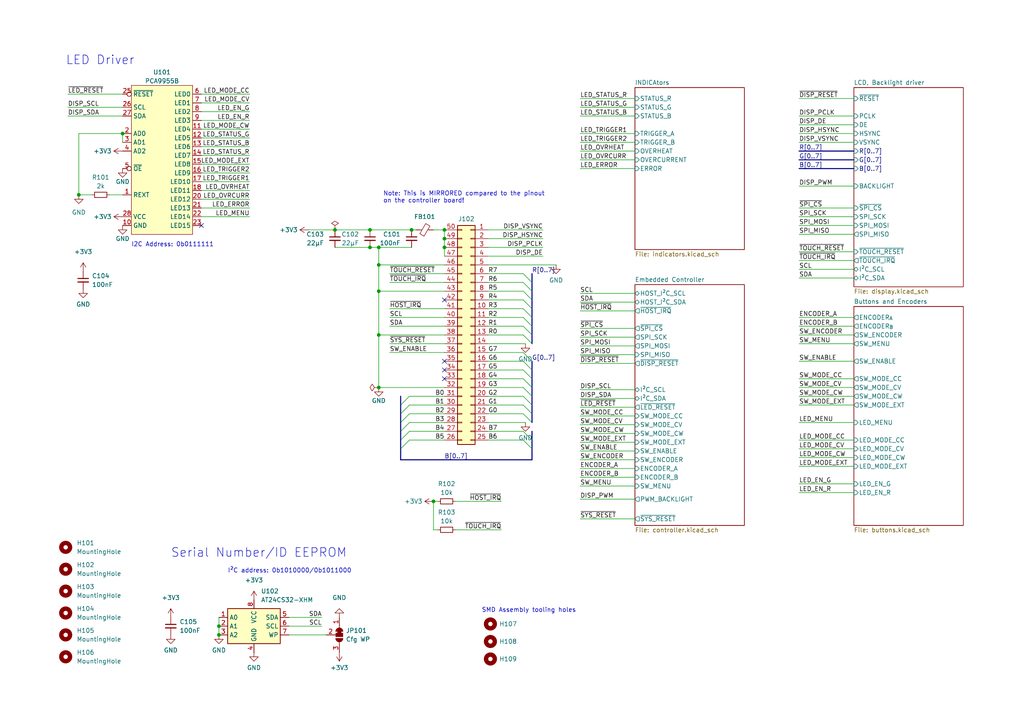
<source format=kicad_sch>
(kicad_sch (version 20220404) (generator eeschema)
  (paper "A4")
  (title_block (title "Front Panel") (date "2022-06-27") (rev "4"))
  (lib_symbols
    (symbol "Connector_Generic:Conn_02x25_Counter_Clockwise" (pin_names (offset 1.016) hide)
      (property "Reference" "J" (at 1.27 33.02 0))
      (property "Value" "Conn_02x25_Counter_Clockwise" (at 1.27 -33.02 0))
      (symbol "Conn_02x25_Counter_Clockwise_1_1"
        (rectangle (start -1.27 -30.353) (end 0 -30.607) (stroke (width 0.1524)))
        (rectangle (start -1.27 -27.813) (end 0 -28.067) (stroke (width 0.1524)))
        (rectangle (start -1.27 -25.273) (end 0 -25.527) (stroke (width 0.1524)))
        (rectangle (start -1.27 -22.733) (end 0 -22.987) (stroke (width 0.1524)))
        (rectangle (start -1.27 -20.193) (end 0 -20.447) (stroke (width 0.1524)))
        (rectangle (start -1.27 -17.653) (end 0 -17.907) (stroke (width 0.1524)))
        (rectangle (start -1.27 -15.113) (end 0 -15.367) (stroke (width 0.1524)))
        (rectangle (start -1.27 -12.573) (end 0 -12.827) (stroke (width 0.1524)))
        (rectangle (start -1.27 -10.033) (end 0 -10.287) (stroke (width 0.1524)))
        (rectangle (start -1.27 -7.493) (end 0 -7.747) (stroke (width 0.1524)))
        (rectangle (start -1.27 -4.953) (end 0 -5.207) (stroke (width 0.1524)))
        (rectangle (start -1.27 -2.413) (end 0 -2.667) (stroke (width 0.1524)))
        (rectangle (start -1.27 0.127) (end 0 -0.127) (stroke (width 0.1524)))
        (rectangle (start -1.27 2.667) (end 0 2.413) (stroke (width 0.1524)))
        (rectangle (start -1.27 5.207) (end 0 4.953) (stroke (width 0.1524)))
        (rectangle (start -1.27 7.747) (end 0 7.493) (stroke (width 0.1524)))
        (rectangle (start -1.27 10.287) (end 0 10.033) (stroke (width 0.1524)))
        (rectangle (start -1.27 12.827) (end 0 12.573) (stroke (width 0.1524)))
        (rectangle (start -1.27 15.367) (end 0 15.113) (stroke (width 0.1524)))
        (rectangle (start -1.27 17.907) (end 0 17.653) (stroke (width 0.1524)))
        (rectangle (start -1.27 20.447) (end 0 20.193) (stroke (width 0.1524)))
        (rectangle (start -1.27 22.987) (end 0 22.733) (stroke (width 0.1524)))
        (rectangle (start -1.27 25.527) (end 0 25.273) (stroke (width 0.1524)))
        (rectangle (start -1.27 28.067) (end 0 27.813) (stroke (width 0.1524)))
        (rectangle (start -1.27 30.607) (end 0 30.353) (stroke (width 0.1524)))
        (rectangle (start -1.27 31.75) (end 3.81 -31.75) (stroke (width 0.254)) (fill (type background)))
        (rectangle (start 3.81 -30.353) (end 2.54 -30.607) (stroke (width 0.1524)))
        (rectangle (start 3.81 -27.813) (end 2.54 -28.067) (stroke (width 0.1524)))
        (rectangle (start 3.81 -25.273) (end 2.54 -25.527) (stroke (width 0.1524)))
        (rectangle (start 3.81 -22.733) (end 2.54 -22.987) (stroke (width 0.1524)))
        (rectangle (start 3.81 -20.193) (end 2.54 -20.447) (stroke (width 0.1524)))
        (rectangle (start 3.81 -17.653) (end 2.54 -17.907) (stroke (width 0.1524)))
        (rectangle (start 3.81 -15.113) (end 2.54 -15.367) (stroke (width 0.1524)))
        (rectangle (start 3.81 -12.573) (end 2.54 -12.827) (stroke (width 0.1524)))
        (rectangle (start 3.81 -10.033) (end 2.54 -10.287) (stroke (width 0.1524)))
        (rectangle (start 3.81 -7.493) (end 2.54 -7.747) (stroke (width 0.1524)))
        (rectangle (start 3.81 -4.953) (end 2.54 -5.207) (stroke (width 0.1524)))
        (rectangle (start 3.81 -2.413) (end 2.54 -2.667) (stroke (width 0.1524)))
        (rectangle (start 3.81 0.127) (end 2.54 -0.127) (stroke (width 0.1524)))
        (rectangle (start 3.81 2.667) (end 2.54 2.413) (stroke (width 0.1524)))
        (rectangle (start 3.81 5.207) (end 2.54 4.953) (stroke (width 0.1524)))
        (rectangle (start 3.81 7.747) (end 2.54 7.493) (stroke (width 0.1524)))
        (rectangle (start 3.81 10.287) (end 2.54 10.033) (stroke (width 0.1524)))
        (rectangle (start 3.81 12.827) (end 2.54 12.573) (stroke (width 0.1524)))
        (rectangle (start 3.81 15.367) (end 2.54 15.113) (stroke (width 0.1524)))
        (rectangle (start 3.81 17.907) (end 2.54 17.653) (stroke (width 0.1524)))
        (rectangle (start 3.81 20.447) (end 2.54 20.193) (stroke (width 0.1524)))
        (rectangle (start 3.81 22.987) (end 2.54 22.733) (stroke (width 0.1524)))
        (rectangle (start 3.81 25.527) (end 2.54 25.273) (stroke (width 0.1524)))
        (rectangle (start 3.81 28.067) (end 2.54 27.813) (stroke (width 0.1524)))
        (rectangle (start 3.81 30.607) (end 2.54 30.353) (stroke (width 0.1524)))
        (pin passive line (at -5.08 30.48 0) (length 3.81) (name "Pin_1") (number "1"))
        (pin passive line (at -5.08 7.62 0) (length 3.81) (name "Pin_10") (number "10"))
        (pin passive line (at -5.08 5.08 0) (length 3.81) (name "Pin_11") (number "11"))
        (pin passive line (at -5.08 2.54 0) (length 3.81) (name "Pin_12") (number "12"))
        (pin passive line (at -5.08 0 0) (length 3.81) (name "Pin_13") (number "13"))
        (pin passive line (at -5.08 -2.54 0) (length 3.81) (name "Pin_14") (number "14"))
        (pin passive line (at -5.08 -5.08 0) (length 3.81) (name "Pin_15") (number "15"))
        (pin passive line (at -5.08 -7.62 0) (length 3.81) (name "Pin_16") (number "16"))
        (pin passive line (at -5.08 -10.16 0) (length 3.81) (name "Pin_17") (number "17"))
        (pin passive line (at -5.08 -12.7 0) (length 3.81) (name "Pin_18") (number "18"))
        (pin passive line (at -5.08 -15.24 0) (length 3.81) (name "Pin_19") (number "19"))
        (pin passive line (at -5.08 27.94 0) (length 3.81) (name "Pin_2") (number "2"))
        (pin passive line (at -5.08 -17.78 0) (length 3.81) (name "Pin_20") (number "20"))
        (pin passive line (at -5.08 -20.32 0) (length 3.81) (name "Pin_21") (number "21"))
        (pin passive line (at -5.08 -22.86 0) (length 3.81) (name "Pin_22") (number "22"))
        (pin passive line (at -5.08 -25.4 0) (length 3.81) (name "Pin_23") (number "23"))
        (pin passive line (at -5.08 -27.94 0) (length 3.81) (name "Pin_24") (number "24"))
        (pin passive line (at -5.08 -30.48 0) (length 3.81) (name "Pin_25") (number "25"))
        (pin passive line (at 7.62 -30.48 180) (length 3.81) (name "Pin_26") (number "26"))
        (pin passive line (at 7.62 -27.94 180) (length 3.81) (name "Pin_27") (number "27"))
        (pin passive line (at 7.62 -25.4 180) (length 3.81) (name "Pin_28") (number "28"))
        (pin passive line (at 7.62 -22.86 180) (length 3.81) (name "Pin_29") (number "29"))
        (pin passive line (at -5.08 25.4 0) (length 3.81) (name "Pin_3") (number "3"))
        (pin passive line (at 7.62 -20.32 180) (length 3.81) (name "Pin_30") (number "30"))
        (pin passive line (at 7.62 -17.78 180) (length 3.81) (name "Pin_31") (number "31"))
        (pin passive line (at 7.62 -15.24 180) (length 3.81) (name "Pin_32") (number "32"))
        (pin passive line (at 7.62 -12.7 180) (length 3.81) (name "Pin_33") (number "33"))
        (pin passive line (at 7.62 -10.16 180) (length 3.81) (name "Pin_34") (number "34"))
        (pin passive line (at 7.62 -7.62 180) (length 3.81) (name "Pin_35") (number "35"))
        (pin passive line (at 7.62 -5.08 180) (length 3.81) (name "Pin_36") (number "36"))
        (pin passive line (at 7.62 -2.54 180) (length 3.81) (name "Pin_37") (number "37"))
        (pin passive line (at 7.62 0 180) (length 3.81) (name "Pin_38") (number "38"))
        (pin passive line (at 7.62 2.54 180) (length 3.81) (name "Pin_39") (number "39"))
        (pin passive line (at -5.08 22.86 0) (length 3.81) (name "Pin_4") (number "4"))
        (pin passive line (at 7.62 5.08 180) (length 3.81) (name "Pin_40") (number "40"))
        (pin passive line (at 7.62 7.62 180) (length 3.81) (name "Pin_41") (number "41"))
        (pin passive line (at 7.62 10.16 180) (length 3.81) (name "Pin_42") (number "42"))
        (pin passive line (at 7.62 12.7 180) (length 3.81) (name "Pin_43") (number "43"))
        (pin passive line (at 7.62 15.24 180) (length 3.81) (name "Pin_44") (number "44"))
        (pin passive line (at 7.62 17.78 180) (length 3.81) (name "Pin_45") (number "45"))
        (pin passive line (at 7.62 20.32 180) (length 3.81) (name "Pin_46") (number "46"))
        (pin passive line (at 7.62 22.86 180) (length 3.81) (name "Pin_47") (number "47"))
        (pin passive line (at 7.62 25.4 180) (length 3.81) (name "Pin_48") (number "48"))
        (pin passive line (at 7.62 27.94 180) (length 3.81) (name "Pin_49") (number "49"))
        (pin passive line (at -5.08 20.32 0) (length 3.81) (name "Pin_5") (number "5"))
        (pin passive line (at 7.62 30.48 180) (length 3.81) (name "Pin_50") (number "50"))
        (pin passive line (at -5.08 17.78 0) (length 3.81) (name "Pin_6") (number "6"))
        (pin passive line (at -5.08 15.24 0) (length 3.81) (name "Pin_7") (number "7"))
        (pin passive line (at -5.08 12.7 0) (length 3.81) (name "Pin_8") (number "8"))
        (pin passive line (at -5.08 10.16 0) (length 3.81) (name "Pin_9") (number "9"))
      )
    )
    (symbol "Device:C_Small" (pin_numbers hide) (pin_names (offset 0.254) hide)
      (property "Reference" "C" (at 0.254 1.778 0))
      (property "Value" "C_Small" (at 0.254 -2.032 0))
      (symbol "C_Small_0_1"
        (polyline (pts (xy -1.524 -0.508) (xy 1.524 -0.508)) (stroke (width 0.3302)))
        (polyline (pts (xy -1.524 0.508) (xy 1.524 0.508)) (stroke (width 0.3048)))
      )
      (symbol "C_Small_1_1"
        (pin passive line (at 0 2.54 270) (length 2.032) (name "~") (number "1"))
        (pin passive line (at 0 -2.54 90) (length 2.032) (name "~") (number "2"))
      )
    )
    (symbol "Device:FerriteBead_Small" (pin_numbers hide) (pin_names (offset 0))
      (property "Reference" "FB" (at 1.905 1.27 0))
      (property "Value" "FerriteBead_Small" (at 1.905 -1.27 0))
      (symbol "FerriteBead_Small_0_1"
        (polyline (pts (xy 0 -1.27) (xy 0 -0.7874)))
        (polyline (pts (xy 0 0.889) (xy 0 1.2954)))
        (polyline (pts (xy -1.8288 0.2794) (xy -1.1176 1.4986) (xy 1.8288 -0.2032) (xy 1.1176 -1.4224) (xy -1.8288 0.2794)))
      )
      (symbol "FerriteBead_Small_1_1"
        (pin passive line (at 0 2.54 270) (length 1.27) (name "~") (number "1"))
        (pin passive line (at 0 -2.54 90) (length 1.27) (name "~") (number "2"))
      )
    )
    (symbol "Device:R_Small" (pin_numbers hide) (pin_names (offset 0.254) hide)
      (property "Reference" "R" (at 0.762 0.508 0))
      (property "Value" "R_Small" (at 0.762 -1.016 0))
      (symbol "R_Small_0_1"
        (rectangle (start -0.762 1.778) (end 0.762 -1.778) (stroke (width 0.2032)))
      )
      (symbol "R_Small_1_1"
        (pin passive line (at 0 2.54 270) (length 0.762) (name "~") (number "1"))
        (pin passive line (at 0 -2.54 90) (length 0.762) (name "~") (number "2"))
      )
    )
    (symbol "Jumper:SolderJumper_3_Bridged12" (pin_names (offset 0) hide)
      (property "Reference" "JP" (at -2.54 -2.54 0))
      (property "Value" "SolderJumper_3_Bridged12" (at 0 2.794 0))
      (symbol "SolderJumper_3_Bridged12_0_1"
        (rectangle (start -1.016 0.508) (end -0.508 -0.508) (fill (type outline)))
        (arc (start -1.016 1.016) (mid -2.032 0) (end -1.016 -1.016))
        (arc (start -1.016 1.016) (mid -2.032 0) (end -1.016 -1.016) (fill (type outline)))
        (rectangle (start -0.508 1.016) (end 0.508 -1.016) (fill (type outline)))
        (polyline (pts (xy -2.54 0) (xy -2.032 0)))
        (polyline (pts (xy -1.016 1.016) (xy -1.016 -1.016)))
        (polyline (pts (xy 0 -1.27) (xy 0 -1.016)))
        (polyline (pts (xy 1.016 1.016) (xy 1.016 -1.016)))
        (polyline (pts (xy 2.54 0) (xy 2.032 0)))
        (arc (start 1.016 -1.016) (mid 2.032 0) (end 1.016 1.016))
        (arc (start 1.016 -1.016) (mid 2.032 0) (end 1.016 1.016) (fill (type outline)))
      )
      (symbol "SolderJumper_3_Bridged12_1_1"
        (pin passive line (at -5.08 0 0) (length 2.54) (name "A") (number "1"))
        (pin passive line (at 0 -3.81 90) (length 2.54) (name "C") (number "2"))
        (pin passive line (at 5.08 0 180) (length 2.54) (name "B") (number "3"))
      )
    )
    (symbol "Mechanical:MountingHole" (pin_names (offset 1.016))
      (property "Reference" "H" (at 0 5.08 0))
      (property "Value" "MountingHole" (at 0 3.175 0))
      (symbol "MountingHole_0_1"
        (circle (center 0 0) (radius 1.27) (stroke (width 1.27)))
      )
    )
    (symbol "Memory_EEPROM:AT24CS32-SSHM"
      (property "Reference" "U" (at -7.62 6.35 0))
      (property "Value" "AT24CS32-SSHM" (at 2.54 -6.35 0))
      (symbol "AT24CS32-SSHM_1_1"
        (rectangle (start -7.62 5.08) (end 7.62 -5.08) (stroke (width 0.254)) (fill (type background)))
        (pin input line (at -10.16 2.54 0) (length 2.54) (name "A0") (number "1"))
        (pin input line (at -10.16 0 0) (length 2.54) (name "A1") (number "2"))
        (pin input line (at -10.16 -2.54 0) (length 2.54) (name "A2") (number "3"))
        (pin power_in line (at 0 -7.62 90) (length 2.54) (name "GND") (number "4"))
        (pin bidirectional line (at 10.16 2.54 180) (length 2.54) (name "SDA") (number "5"))
        (pin input line (at 10.16 0 180) (length 2.54) (name "SCL") (number "6"))
        (pin input line (at 10.16 -2.54 180) (length 2.54) (name "WP") (number "7"))
        (pin power_in line (at 0 7.62 270) (length 2.54) (name "VCC") (number "8"))
      )
    )
    (symbol "power:+3V3" (power) (pin_names (offset 0))
      (property "Value" "+3V3" (at 0 3.556 0))
      (symbol "+3V3_0_1"
        (polyline (pts (xy -0.762 1.27) (xy 0 2.54)))
        (polyline (pts (xy 0 0) (xy 0 2.54)))
        (polyline (pts (xy 0 2.54) (xy 0.762 1.27)))
      )
      (symbol "+3V3_1_1"
        (pin power_in line (at 0 0 90) (length 0) hide (name "+3V3") (number "1"))
      )
    )
    (symbol "power:GND" (power) (pin_names (offset 0))
      (property "Value" "GND" (at 0 -3.81 0))
      (symbol "GND_0_1"
        (polyline (pts (xy 0 0) (xy 0 -1.27) (xy 1.27 -1.27) (xy 0 -2.54) (xy -1.27 -1.27) (xy 0 -1.27)))
      )
      (symbol "GND_1_1"
        (pin power_in line (at 0 0 270) (length 0) hide (name "GND") (number "1"))
      )
    )
    (symbol "power:PWR_FLAG" (power) (pin_numbers hide) (pin_names (offset 0) hide)
      (property "Value" "PWR_FLAG" (at 0 3.81 0))
      (symbol "PWR_FLAG_0_0"
        (pin power_out line (at 0 0 90) (length 0) (name "pwr") (number "1"))
      )
      (symbol "PWR_FLAG_0_1"
        (polyline (pts (xy 0 0) (xy 0 1.27) (xy -1.016 1.905) (xy 0 2.54) (xy 1.016 1.905) (xy 0 1.27)))
      )
    )
    (symbol "programmable-load:PCA9955B"
      (property "Reference" "U" (at 0 3.81 0))
      (property "Value" "PCA9955B" (at 0 1.27 0))
      (symbol "PCA9955B_0_1"
        (rectangle (start -8.89 0) (end 8.89 -43.18) (fill (type background)))
      )
      (symbol "PCA9955B_1_1"
        (pin passive line (at -11.43 -31.75 0) (length 2.54) (name "REXT") (number "1"))
        (pin power_in line (at -11.43 -40.64 0) (length 2.54) (name "GND") (number "10"))
        (pin output line (at 11.43 -12.7 180) (length 2.54) (name "LED4") (number "11"))
        (pin output line (at 11.43 -15.24 180) (length 2.54) (name "LED5") (number "12"))
        (pin output line (at 11.43 -17.78 180) (length 2.54) (name "LED6") (number "13"))
        (pin output line (at 11.43 -20.32 180) (length 2.54) (name "LED7") (number "14"))
        (pin output line (at 11.43 -22.86 180) (length 2.54) (name "LED8") (number "15"))
        (pin output line (at 11.43 -25.4 180) (length 2.54) (name "LED9") (number "16"))
        (pin output line (at 11.43 -27.94 180) (length 2.54) (name "LED10") (number "17"))
        (pin output line (at 11.43 -30.48 180) (length 2.54) (name "LED11") (number "18"))
        (pin power_in line (at -11.43 -40.64 0) (length 2.54) hide (name "GND") (number "19"))
        (pin input line (at -11.43 -13.97 0) (length 2.54) (name "AD0") (number "2"))
        (pin output line (at 11.43 -33.02 180) (length 2.54) (name "LED12") (number "20"))
        (pin output line (at 11.43 -35.56 180) (length 2.54) (name "LED13") (number "21"))
        (pin output line (at 11.43 -38.1 180) (length 2.54) (name "LED14") (number "22"))
        (pin output line (at 11.43 -40.64 180) (length 2.54) (name "LED15") (number "23"))
        (pin power_in line (at -11.43 -40.64 0) (length 2.54) hide (name "GND") (number "24"))
        (pin input inverted (at -11.43 -2.54 0) (length 2.54) (name "~{RESET}") (number "25"))
        (pin bidirectional line (at -11.43 -6.35 0) (length 2.54) (name "SCL") (number "26"))
        (pin bidirectional line (at -11.43 -8.89 0) (length 2.54) (name "SDA") (number "27"))
        (pin power_in line (at -11.43 -38.1 0) (length 2.54) (name "VCC") (number "28"))
        (pin power_in line (at -11.43 -40.64 0) (length 2.54) hide (name "GND") (number "29"))
        (pin input line (at -11.43 -16.51 0) (length 2.54) (name "AD1") (number "3"))
        (pin input line (at -11.43 -19.05 0) (length 2.54) (name "AD2") (number "4"))
        (pin input inverted (at -11.43 -24.13 0) (length 2.54) (name "~{OE}") (number "5"))
        (pin output line (at 11.43 -2.54 180) (length 2.54) (name "LED0") (number "6"))
        (pin output line (at 11.43 -5.08 180) (length 2.54) (name "LED1") (number "7"))
        (pin output line (at 11.43 -7.62 180) (length 2.54) (name "LED2") (number "8"))
        (pin output line (at 11.43 -10.16 180) (length 2.54) (name "LED3") (number "9"))
      )
    )
  )
  (junction (at 35.56 38.735))
  (junction (at 97.155 66.675))
  (junction (at 63.5 181.61))
  (junction (at 63.5 184.15))
  (junction (at 109.855 97.155))
  (junction (at 128.905 71.755))
  (junction (at 109.855 71.755))
  (junction (at 107.315 66.675))
  (junction (at 128.905 66.675))
  (junction (at 22.86 56.515))
  (junction (at 109.855 76.835))
  (junction (at 107.315 71.755))
  (junction (at 128.905 69.215))
  (junction (at 109.855 112.395))
  (junction (at 109.855 84.455))
  (junction (at 119.38 66.675))
  (junction (at 125.73 145.415))
  (no_connect (at 128.905 86.995))
  (no_connect (at 128.905 107.315))
  (no_connect (at 58.42 65.405))
  (no_connect (at 128.905 109.855))
  (no_connect (at 128.905 104.775))
  (bus_entry (at 154.305 97.155) (size -2.54 -2.54))
  (bus_entry (at 154.305 86.995) (size -2.54 -2.54))
  (bus_entry (at 154.305 122.555) (size -2.54 -2.54))
  (bus_entry (at 154.305 114.935) (size -2.54 -2.54))
  (bus_entry (at 116.205 125.095) (size 2.54 -2.54))
  (bus_entry (at 154.305 104.775) (size -2.54 -2.54))
  (bus_entry (at 116.205 127.635) (size 2.54 -2.54))
  (bus_entry (at 116.205 120.015) (size 2.54 -2.54))
  (bus_entry (at 154.305 81.915) (size -2.54 -2.54))
  (bus_entry (at 154.305 89.535) (size -2.54 -2.54))
  (bus_entry (at 154.305 99.695) (size -2.54 -2.54))
  (bus_entry (at 116.205 130.175) (size 2.54 -2.54))
  (bus_entry (at 154.305 107.315) (size -2.54 -2.54))
  (bus_entry (at 154.305 84.455) (size -2.54 -2.54))
  (bus_entry (at 116.205 122.555) (size 2.54 -2.54))
  (bus_entry (at 154.305 127.635) (size -2.54 -2.54))
  (bus_entry (at 154.305 94.615) (size -2.54 -2.54))
  (bus_entry (at 154.305 120.015) (size -2.54 -2.54))
  (bus_entry (at 116.205 117.475) (size 2.54 -2.54))
  (bus_entry (at 154.305 117.475) (size -2.54 -2.54))
  (bus_entry (at 154.305 92.075) (size -2.54 -2.54))
  (bus_entry (at 154.305 109.855) (size -2.54 -2.54))
  (bus_entry (at 154.305 130.175) (size -2.54 -2.54))
  (bus_entry (at 154.305 112.395) (size -2.54 -2.54))
  (wire (pts (xy 231.775 114.935) (xy 247.65 114.935)))
  (wire (pts (xy 109.855 84.455) (xy 109.855 97.155)))
  (wire (pts (xy 118.745 122.555) (xy 128.905 122.555)))
  (wire (pts (xy 151.765 104.775) (xy 141.605 104.775)))
  (wire (pts (xy 141.605 122.555) (xy 152.4 122.555)))
  (wire (pts (xy 151.765 120.015) (xy 141.605 120.015)))
  (bus (pts (xy 116.205 114.935) (xy 116.205 117.475)))
  (wire (pts (xy 168.275 46.355) (xy 184.15 46.355)))
  (bus (pts (xy 154.305 86.995) (xy 154.305 89.535)))
  (wire (pts (xy 72.39 29.845) (xy 58.42 29.845)))
  (wire (pts (xy 168.275 125.73) (xy 184.15 125.73)))
  (bus (pts (xy 154.305 117.475) (xy 154.305 120.015)))
  (bus (pts (xy 116.205 122.555) (xy 116.205 125.095)))
  (wire (pts (xy 83.82 184.15) (xy 94.615 184.15)))
  (wire (pts (xy 151.765 81.915) (xy 141.605 81.915)))
  (wire (pts (xy 168.275 38.735) (xy 184.15 38.735)))
  (bus (pts (xy 154.305 89.535) (xy 154.305 92.075)))
  (wire (pts (xy 168.275 138.43) (xy 184.15 138.43)))
  (wire (pts (xy 19.685 27.305) (xy 35.56 27.305)))
  (wire (pts (xy 231.775 28.575) (xy 247.65 28.575)))
  (wire (pts (xy 118.745 120.015) (xy 128.905 120.015)))
  (bus (pts (xy 154.305 84.455) (xy 154.305 86.995)))
  (wire (pts (xy 168.275 140.97) (xy 184.15 140.97)))
  (wire (pts (xy 168.275 41.275) (xy 184.15 41.275)))
  (wire (pts (xy 35.56 38.735) (xy 22.86 38.735)))
  (wire (pts (xy 151.765 92.075) (xy 141.605 92.075)))
  (wire (pts (xy 157.48 66.675) (xy 141.605 66.675)))
  (wire (pts (xy 72.39 32.385) (xy 58.42 32.385)))
  (wire (pts (xy 168.275 115.57) (xy 184.15 115.57)))
  (wire (pts (xy 109.855 112.395) (xy 128.905 112.395)))
  (bus (pts (xy 154.305 120.015) (xy 154.305 122.555)))
  (wire (pts (xy 109.855 76.835) (xy 109.855 84.455)))
  (wire (pts (xy 58.42 47.625) (xy 72.39 47.625)))
  (wire (pts (xy 113.03 92.075) (xy 128.905 92.075)))
  (bus (pts (xy 231.775 46.355) (xy 247.65 46.355)))
  (wire (pts (xy 151.765 94.615) (xy 141.605 94.615)))
  (wire (pts (xy 119.38 66.675) (xy 120.65 66.675)))
  (bus (pts (xy 154.305 133.35) (xy 116.205 133.35)))
  (wire (pts (xy 231.775 65.405) (xy 247.65 65.405)))
  (wire (pts (xy 125.73 153.67) (xy 127 153.67)))
  (wire (pts (xy 151.765 79.375) (xy 141.605 79.375)))
  (wire (pts (xy 168.275 118.11) (xy 184.15 118.11)))
  (wire (pts (xy 157.48 74.295) (xy 141.605 74.295)))
  (wire (pts (xy 168.275 95.25) (xy 184.15 95.25)))
  (wire (pts (xy 113.03 81.915) (xy 128.905 81.915)))
  (wire (pts (xy 128.905 84.455) (xy 109.855 84.455)))
  (wire (pts (xy 168.275 150.495) (xy 184.15 150.495)))
  (wire (pts (xy 168.275 102.87) (xy 184.15 102.87)))
  (wire (pts (xy 58.42 52.705) (xy 72.39 52.705)))
  (wire (pts (xy 151.765 102.235) (xy 141.605 102.235)))
  (wire (pts (xy 168.275 113.03) (xy 184.15 113.03)))
  (wire (pts (xy 231.775 62.865) (xy 247.65 62.865)))
  (wire (pts (xy 168.275 97.79) (xy 184.15 97.79)))
  (wire (pts (xy 151.765 125.095) (xy 141.605 125.095)))
  (wire (pts (xy 22.86 56.515) (xy 26.67 56.515)))
  (wire (pts (xy 19.685 31.115) (xy 35.56 31.115)))
  (bus (pts (xy 154.305 109.855) (xy 154.305 112.395)))
  (wire (pts (xy 113.03 99.695) (xy 128.905 99.695)))
  (wire (pts (xy 231.775 97.155) (xy 247.65 97.155)))
  (wire (pts (xy 72.39 27.305) (xy 58.42 27.305)))
  (wire (pts (xy 231.775 67.945) (xy 247.65 67.945)))
  (bus (pts (xy 154.305 112.395) (xy 154.305 114.935)))
  (bus (pts (xy 154.305 104.775) (xy 154.305 107.315)))
  (wire (pts (xy 168.275 135.89) (xy 184.15 135.89)))
  (wire (pts (xy 58.42 60.325) (xy 72.39 60.325)))
  (wire (pts (xy 125.73 145.415) (xy 127 145.415)))
  (wire (pts (xy 231.775 73.025) (xy 247.65 73.025)))
  (wire (pts (xy 128.905 69.215) (xy 128.905 71.755)))
  (bus (pts (xy 154.305 114.935) (xy 154.305 117.475)))
  (wire (pts (xy 125.73 145.415) (xy 125.73 153.67)))
  (wire (pts (xy 35.56 38.735) (xy 35.56 41.275)))
  (wire (pts (xy 58.42 55.245) (xy 72.39 55.245)))
  (wire (pts (xy 118.745 125.095) (xy 128.905 125.095)))
  (wire (pts (xy 168.275 48.895) (xy 184.15 48.895)))
  (wire (pts (xy 145.415 145.415) (xy 132.08 145.415)))
  (wire (pts (xy 58.42 62.865) (xy 72.39 62.865)))
  (wire (pts (xy 118.745 114.935) (xy 128.905 114.935)))
  (wire (pts (xy 168.275 120.65) (xy 184.15 120.65)))
  (wire (pts (xy 109.855 76.835) (xy 128.905 76.835)))
  (wire (pts (xy 168.275 31.115) (xy 184.15 31.115)))
  (wire (pts (xy 132.08 153.67) (xy 145.415 153.67)))
  (bus (pts (xy 154.305 127.635) (xy 154.305 130.175)))
  (bus (pts (xy 116.205 125.095) (xy 116.205 127.635)))
  (wire (pts (xy 109.855 71.755) (xy 109.855 76.835)))
  (wire (pts (xy 118.745 127.635) (xy 128.905 127.635)))
  (bus (pts (xy 154.305 92.075) (xy 154.305 94.615)))
  (wire (pts (xy 141.605 76.835) (xy 161.29 76.835)))
  (wire (pts (xy 168.275 90.17) (xy 184.15 90.17)))
  (wire (pts (xy 151.765 112.395) (xy 141.605 112.395)))
  (wire (pts (xy 168.275 85.09) (xy 184.15 85.09)))
  (wire (pts (xy 231.775 92.075) (xy 247.65 92.075)))
  (wire (pts (xy 22.86 38.735) (xy 22.86 56.515)))
  (wire (pts (xy 72.39 37.465) (xy 58.42 37.465)))
  (wire (pts (xy 231.775 127.635) (xy 247.65 127.635)))
  (wire (pts (xy 89.535 66.675) (xy 97.155 66.675)))
  (wire (pts (xy 231.775 41.275) (xy 247.65 41.275)))
  (bus (pts (xy 154.305 125.095) (xy 154.305 127.635)))
  (bus (pts (xy 231.775 43.815) (xy 247.65 43.815)))
  (wire (pts (xy 151.765 84.455) (xy 141.605 84.455)))
  (wire (pts (xy 231.775 60.325) (xy 247.65 60.325)))
  (wire (pts (xy 151.765 109.855) (xy 141.605 109.855)))
  (wire (pts (xy 231.775 99.695) (xy 247.65 99.695)))
  (wire (pts (xy 168.275 144.78) (xy 184.15 144.78)))
  (bus (pts (xy 116.205 117.475) (xy 116.205 120.015)))
  (wire (pts (xy 113.03 79.375) (xy 128.905 79.375)))
  (wire (pts (xy 231.775 104.775) (xy 247.65 104.775)))
  (bus (pts (xy 154.305 130.175) (xy 154.305 133.35)))
  (wire (pts (xy 168.275 43.815) (xy 184.15 43.815)))
  (wire (pts (xy 97.155 71.755) (xy 107.315 71.755)))
  (wire (pts (xy 151.765 97.155) (xy 141.605 97.155)))
  (wire (pts (xy 231.775 109.855) (xy 247.65 109.855)))
  (bus (pts (xy 154.305 81.915) (xy 154.305 84.455)))
  (bus (pts (xy 231.775 48.895) (xy 247.65 48.895)))
  (wire (pts (xy 231.775 94.615) (xy 247.65 94.615)))
  (wire (pts (xy 168.275 28.575) (xy 184.15 28.575)))
  (wire (pts (xy 231.775 140.335) (xy 247.65 140.335)))
  (bus (pts (xy 154.305 97.155) (xy 154.305 99.695)))
  (bus (pts (xy 116.205 127.635) (xy 116.205 130.175)))
  (wire (pts (xy 128.905 66.675) (xy 128.905 69.215)))
  (wire (pts (xy 113.03 94.615) (xy 128.905 94.615)))
  (wire (pts (xy 119.38 71.755) (xy 109.855 71.755)))
  (wire (pts (xy 83.82 181.61) (xy 93.345 181.61)))
  (wire (pts (xy 157.48 71.755) (xy 141.605 71.755)))
  (bus (pts (xy 154.305 107.315) (xy 154.305 109.855)))
  (wire (pts (xy 151.765 117.475) (xy 141.605 117.475)))
  (wire (pts (xy 58.42 45.085) (xy 72.39 45.085)))
  (wire (pts (xy 168.275 33.655) (xy 184.15 33.655)))
  (wire (pts (xy 128.905 71.755) (xy 128.905 74.295)))
  (wire (pts (xy 168.275 133.35) (xy 184.15 133.35)))
  (wire (pts (xy 231.775 130.175) (xy 247.65 130.175)))
  (wire (pts (xy 72.39 34.925) (xy 58.42 34.925)))
  (wire (pts (xy 168.275 87.63) (xy 184.15 87.63)))
  (wire (pts (xy 231.775 36.195) (xy 247.65 36.195)))
  (wire (pts (xy 31.75 56.515) (xy 35.56 56.515)))
  (wire (pts (xy 63.5 181.61) (xy 63.5 184.15)))
  (wire (pts (xy 231.775 112.395) (xy 247.65 112.395)))
  (wire (pts (xy 128.905 97.155) (xy 109.855 97.155)))
  (wire (pts (xy 151.765 107.315) (xy 141.605 107.315)))
  (wire (pts (xy 63.5 179.07) (xy 63.5 181.61)))
  (wire (pts (xy 231.775 80.645) (xy 247.65 80.645)))
  (wire (pts (xy 58.42 50.165) (xy 72.39 50.165)))
  (wire (pts (xy 151.765 114.935) (xy 141.605 114.935)))
  (wire (pts (xy 231.775 33.655) (xy 247.65 33.655)))
  (wire (pts (xy 151.765 86.995) (xy 141.605 86.995)))
  (wire (pts (xy 231.775 53.975) (xy 247.65 53.975)))
  (wire (pts (xy 113.03 102.235) (xy 128.905 102.235)))
  (wire (pts (xy 151.765 127.635) (xy 141.605 127.635)))
  (wire (pts (xy 118.745 117.475) (xy 128.905 117.475)))
  (bus (pts (xy 154.305 94.615) (xy 154.305 97.155)))
  (wire (pts (xy 58.42 40.005) (xy 72.39 40.005)))
  (wire (pts (xy 151.765 89.535) (xy 141.605 89.535)))
  (wire (pts (xy 231.775 142.875) (xy 247.65 142.875)))
  (wire (pts (xy 157.48 69.215) (xy 141.605 69.215)))
  (wire (pts (xy 168.275 130.81) (xy 184.15 130.81)))
  (wire (pts (xy 19.685 33.655) (xy 35.56 33.655)))
  (wire (pts (xy 141.605 99.695) (xy 152.4 99.695)))
  (wire (pts (xy 168.275 105.41) (xy 184.15 105.41)))
  (wire (pts (xy 231.775 122.555) (xy 247.65 122.555)))
  (wire (pts (xy 168.275 123.19) (xy 184.15 123.19)))
  (bus (pts (xy 116.205 120.015) (xy 116.205 122.555)))
  (wire (pts (xy 97.155 66.675) (xy 107.315 66.675)))
  (wire (pts (xy 107.315 71.755) (xy 109.855 71.755)))
  (wire (pts (xy 58.42 57.785) (xy 72.39 57.785)))
  (wire (pts (xy 125.73 66.675) (xy 128.905 66.675)))
  (wire (pts (xy 231.775 117.475) (xy 247.65 117.475)))
  (wire (pts (xy 231.775 75.565) (xy 247.65 75.565)))
  (wire (pts (xy 168.275 128.27) (xy 184.15 128.27)))
  (wire (pts (xy 109.855 97.155) (xy 109.855 112.395)))
  (wire (pts (xy 231.775 135.255) (xy 247.65 135.255)))
  (wire (pts (xy 58.42 42.545) (xy 72.39 42.545)))
  (wire (pts (xy 83.82 179.07) (xy 93.345 179.07)))
  (wire (pts (xy 168.275 100.33) (xy 184.15 100.33)))
  (wire (pts (xy 231.775 132.715) (xy 247.65 132.715)))
  (wire (pts (xy 107.315 66.675) (xy 119.38 66.675)))
  (wire (pts (xy 231.775 78.105) (xy 247.65 78.105)))
  (bus (pts (xy 116.205 130.175) (xy 116.205 133.35)))
  (wire (pts (xy 231.775 38.735) (xy 247.65 38.735)))
  (wire (pts (xy 113.03 89.535) (xy 128.905 89.535)))
  (bus (pts (xy 154.305 79.375) (xy 154.305 81.915)))
  (text "Note: This is MIRRORED compared to the pinout\non the controller board!" (at 111.125 59.055 0) (effects (font (size 1.27 1.27)) (justify left bottom)))
  (text "LED Driver" (at 19.05 19.05 0) (effects (font (size 2.54 2.54)) (justify left bottom)))
  (text "I2C Address: 0b0111111" (at 38.1 71.755 0) (effects (font (size 1.27 1.27)) (justify left bottom)))
  (text "Serial Number/ID EEPROM" (at 49.53 161.925 0) (effects (font (size 2.54 2.54)) (justify left bottom)))
  (text "SMD Assembly tooling holes" (at 139.7 177.8 0) (effects (font (size 1.27 1.27)) (justify left bottom)))
  (text "I²C address: 0b1010000/0b1011000" (at 66.04 166.37 0) (effects (font (size 1.27 1.27)) (justify left bottom)))
  (label "~{TOUCH_IRQ}" (at 145.415 153.67 180))
  (label "~{LED_RESET}" (at 19.685 27.305 0))
  (label "G6" (at 141.605 104.775 0))
  (label "G0" (at 141.605 120.015 0))
  (label "B0" (at 128.905 114.935 0))
  (label "LED_EN_G" (at 231.775 140.335 0))
  (label "LED_TRIGGER1" (at 168.275 38.735 0))
  (label "~{SPI_CS}" (at 231.775 60.325 0))
  (label "DISP_DE" (at 157.48 74.295 0))
  (label "R[0..7]" (at 154.305 79.375 0))
  (label "SDA" (at 231.775 80.645 0))
  (label "B6" (at 141.605 127.635 0))
  (label "R1" (at 141.605 94.615 0))
  (label "SCL" (at 113.03 92.075 0))
  (label "~{TOUCH_RESET}" (at 231.775 73.025 0))
  (label "LED_OVRCURR" (at 168.275 46.355 0))
  (label "~{TOUCH_IRQ}" (at 231.775 75.565 0))
  (label "ENCODER_B" (at 168.275 138.43 0))
  (label "LED_STATUS_R" (at 72.39 45.085 0))
  (label "SPI_MISO" (at 168.275 102.87 0))
  (label "LED_TRIGGER2" (at 168.275 41.275 0))
  (label "SW_ENCODER" (at 231.775 97.155 0))
  (label "B[0..7]" (at 128.905 133.35 0))
  (label "SCL" (at 168.275 85.09 0))
  (label "DISP_DE" (at 231.775 36.195 0))
  (label "SPI_SCK" (at 168.275 97.79 0))
  (label "SPI_MOSI" (at 231.775 65.405 0))
  (label "DISP_VSYNC" (at 231.775 41.275 0))
  (label "SW_MODE_CC" (at 168.275 120.65 0))
  (label "B[0..7]" (at 231.775 48.895 0))
  (label "R7" (at 141.605 79.375 0))
  (label "LED_ERROR" (at 72.39 60.325 0))
  (label "LED_EN_G" (at 72.39 32.385 0))
  (label "R2" (at 141.605 92.075 0))
  (label "~{LED_RESET}" (at 168.275 118.11 0))
  (label "B2" (at 128.905 120.015 0))
  (label "LED_TRIGGER2" (at 72.39 50.165 0))
  (label "B1" (at 128.905 117.475 0))
  (label "SW_MODE_CW" (at 231.775 114.935 0))
  (label "G5" (at 141.605 107.315 0))
  (label "DISP_SDA" (at 168.275 115.57 0))
  (label "B3" (at 128.905 122.555 0))
  (label "LED_MENU" (at 231.775 122.555 0))
  (label "LED_EN_R" (at 231.775 142.875 0))
  (label "G4" (at 141.605 109.855 0))
  (label "DISP_PWM" (at 231.775 53.975 0))
  (label "R4" (at 141.605 86.995 0))
  (label "R3" (at 141.605 89.535 0))
  (label "DISP_SDA" (at 19.685 33.655 0))
  (label "DISP_HSYNC" (at 157.48 69.215 0))
  (label "SW_MODE_EXT" (at 231.775 117.475 0))
  (label "~{HOST_IRQ}" (at 145.415 145.415 0))
  (label "~{SYS_RESET}" (at 113.03 99.695 0))
  (label "LED_MODE_CC" (at 72.39 27.305 0))
  (label "SW_MODE_CV" (at 231.775 112.395 0))
  (label "LED_MENU" (at 72.39 62.865 0))
  (label "SPI_MISO" (at 231.775 67.945 0))
  (label "G1" (at 141.605 117.475 0))
  (label "SDA" (at 113.03 94.615 0))
  (label "B7" (at 141.605 125.095 0))
  (label "SW_MODE_EXT" (at 168.275 128.27 0))
  (label "SPI_SCK" (at 231.775 62.865 0))
  (label "SW_ENABLE" (at 168.275 130.81 0))
  (label "G[0..7]" (at 154.305 104.775 0))
  (label "SPI_MOSI" (at 168.275 100.33 0))
  (label "DISP_VSYNC" (at 157.48 66.675 0))
  (label "SCL" (at 93.345 181.61 0))
  (label "SDA" (at 168.275 87.63 0))
  (label "LED_MODE_CV" (at 72.39 29.845 0))
  (label "LED_STATUS_G" (at 168.275 31.115 0))
  (label "R5" (at 141.605 84.455 0))
  (label "G7" (at 141.605 102.235 0))
  (label "LED_MODE_CV" (at 231.775 130.175 0))
  (label "LED_TRIGGER1" (at 72.39 52.705 0))
  (label "LED_STATUS_G" (at 72.39 40.005 0))
  (label "LED_MODE_CW" (at 72.39 37.465 0))
  (label "DISP_PWM" (at 168.275 144.78 0))
  (label "LED_OVRHEAT" (at 168.275 43.815 0))
  (label "LED_ERROR" (at 168.275 48.895 0))
  (label "G[0..7]" (at 231.775 46.355 0))
  (label "~{SPI_CS}" (at 168.275 95.25 0))
  (label "~{HOST_IRQ}" (at 168.275 90.17 0))
  (label "ENCODER_A" (at 231.775 92.075 0))
  (label "DISP_PCLK" (at 157.48 71.755 0))
  (label "~{TOUCH_IRQ}" (at 113.03 81.915 0))
  (label "LED_MODE_CC" (at 231.775 127.635 0))
  (label "LED_MODE_EXT" (at 72.39 47.625 0))
  (label "~{TOUCH_RESET}" (at 113.03 79.375 0))
  (label "SCL" (at 231.775 78.105 0))
  (label "SW_MODE_CV" (at 168.275 123.19 0))
  (label "DISP_SCL" (at 19.685 31.115 0))
  (label "DISP_SCL" (at 168.275 113.03 0))
  (label "R0" (at 141.605 97.155 0))
  (label "SW_ENABLE" (at 231.775 104.775 0))
  (label "SW_MODE_CC" (at 231.775 109.855 0))
  (label "LED_STATUS_R" (at 168.275 28.575 0))
  (label "LED_MODE_CW" (at 231.775 132.715 0))
  (label "SW_MENU" (at 168.275 140.97 0))
  (label "SDA" (at 93.345 179.07 0))
  (label "DISP_HSYNC" (at 231.775 38.735 0))
  (label "LED_STATUS_B" (at 72.39 42.545 0))
  (label "~{DISP_RESET}" (at 168.275 105.41 0))
  (label "SW_ENCODER" (at 168.275 133.35 0))
  (label "R[0..7]" (at 231.775 43.815 0))
  (label "B5" (at 128.905 127.635 0))
  (label "G3" (at 141.605 112.395 0))
  (label "LED_STATUS_B" (at 168.275 33.655 0))
  (label "LED_OVRHEAT" (at 72.39 55.245 0))
  (label "SW_ENABLE" (at 113.03 102.235 0))
  (label "G2" (at 141.605 114.935 0))
  (label "~{DISP_RESET}" (at 231.775 28.575 0))
  (label "SW_MENU" (at 231.775 99.695 0))
  (label "ENCODER_B" (at 231.775 94.615 0))
  (label "SW_MODE_CW" (at 168.275 125.73 0))
  (label "DISP_PCLK" (at 231.775 33.655 0))
  (label "LED_OVRCURR" (at 72.39 57.785 0))
  (label "B4" (at 128.905 125.095 0))
  (label "~{SYS_RESET}" (at 168.275 150.495 0))
  (label "~{HOST_IRQ}" (at 113.03 89.535 0))
  (label "R6" (at 141.605 81.915 0))
  (label "ENCODER_A" (at 168.275 135.89 0))
  (label "LED_MODE_EXT" (at 231.775 135.255 0))
  (label "LED_EN_R" (at 72.39 34.925 0))
  (symbol (lib_id "power:GND") (at 152.4 122.555 0) (unit 1)
    (default_instance (reference "#PWR") (unit 1) (value "GND") (footprint ""))
    (property "Reference" "#PWR0123" (effects hide))
    (property "Value" "GND" (at 152.4 127 0))
  )
  (symbol (lib_id "Mechanical:MountingHole") (at 19.05 165.1 0) (unit 1) (in_bom no)
    (default_instance (reference "U") (unit 1) (value "") (footprint ""))
    (property "Reference" "H102" (at 22.225 163.8299 0) (effects (justify left)))
    (property "Value" "MountingHole" (at 22.225 166.3699 0) (effects (justify left)))
    (property "Footprint" "MountingHole:MountingHole_3.2mm_M3" (effects hide))
  )
  (symbol (lib_id "Connector_Generic:Conn_02x25_Counter_Clockwise") (at 136.525 97.155 0) (mirror y) (unit 1)
    (default_instance (reference "J") (unit 1) (value "Conn_02x25_Counter_Clockwise") (footprint ""))
    (property "Reference" "J102" (at 135.255 63.5 0))
    (property "Value" "Conn_02x25_Counter_Clockwise" (effects hide))
    (property "Footprint" "Connector_FFC-FPC:Hirose_FH12-50S-0.5SH_1x50-1MP_P0.50mm_Horizontal" (effects hide))
    (property "JLCPCB" "C231436" (effects hide))
  )
  (symbol (lib_id "power:GND") (at 24.13 83.82 0) (unit 1)
    (default_instance (reference "U") (unit 1) (value "") (footprint ""))
    (property "Reference" "#PWR0109" (effects hide))
    (property "Value" "GND" (at 24.13 88.265 0))
  )
  (symbol (lib_id "Device:R_Small") (at 129.54 153.67 270) (mirror x) (unit 1)
    (default_instance (reference "U") (unit 1) (value "") (footprint ""))
    (property "Reference" "R103" (at 129.54 148.59 90))
    (property "Value" "10k" (at 129.54 151.13 90))
    (property "Footprint" "Resistor_SMD:R_0603_1608Metric_Pad0.98x0.95mm_HandSolder" (effects hide))
    (property "JLCPCB" "C25804" (effects hide))
  )
  (symbol (lib_id "power:GND") (at 22.86 56.515 0) (unit 1)
    (default_instance (reference "#PWR") (unit 1) (value "GND") (footprint ""))
    (property "Reference" "#PWR0111" (effects hide))
    (property "Value" "GND" (at 22.86 61.595 0))
  )
  (symbol (lib_id "power:GND") (at 49.53 184.15 0) (unit 1)
    (default_instance (reference "U") (unit 1) (value "") (footprint ""))
    (property "Reference" "#PWR0113" (effects hide))
    (property "Value" "GND" (at 49.53 188.595 0))
  )
  (symbol (lib_id "power:+3V3") (at 35.56 62.865 90) (unit 1)
    (default_instance (reference "#PWR") (unit 1) (value "+3V3") (footprint ""))
    (property "Reference" "#PWR0104" (effects hide))
    (property "Value" "+3V3" (at 32.385 62.865 90) (effects (justify left)))
  )
  (symbol (lib_id "power:+3V3") (at 24.13 78.74 0) (unit 1)
    (default_instance (reference "U") (unit 1) (value "") (footprint ""))
    (property "Reference" "#PWR0108" (effects hide))
    (property "Value" "+3V3" (at 24.13 73.025 0))
  )
  (symbol (lib_id "Mechanical:MountingHole") (at 19.05 177.8 0) (unit 1) (in_bom no)
    (default_instance (reference "U") (unit 1) (value "") (footprint ""))
    (property "Reference" "H104" (at 22.225 176.5299 0) (effects (justify left)))
    (property "Value" "MountingHole" (at 22.225 179.0699 0) (effects (justify left)))
    (property "Footprint" "MountingHole:MountingHole_3.2mm_M3" (effects hide))
  )
  (symbol (lib_id "Device:C_Small") (at 107.315 69.215 0) (mirror y) (unit 1)
    (default_instance (reference "U") (unit 1) (value "") (footprint ""))
    (property "Reference" "C102" (at 104.14 67.9512 0) (effects (justify left)))
    (property "Value" "22µF" (at 104.14 70.4912 0) (effects (justify left)))
    (property "Footprint" "Capacitor_SMD:C_0603_1608Metric_Pad1.08x0.95mm_HandSolder" (effects hide))
    (property "JLCPCB" "C59461" (effects hide))
  )
  (symbol (lib_id "Mechanical:MountingHole") (at 19.05 171.45 0) (unit 1) (in_bom no)
    (default_instance (reference "U") (unit 1) (value "") (footprint ""))
    (property "Reference" "H103" (at 22.225 170.1799 0) (effects (justify left)))
    (property "Value" "MountingHole" (at 22.225 172.7199 0) (effects (justify left)))
    (property "Footprint" "MountingHole:MountingHole_3.2mm_M3" (effects hide))
  )
  (symbol (lib_id "Memory_EEPROM:AT24CS32-SSHM") (at 73.66 181.61 0) (unit 1)
    (default_instance (reference "U") (unit 1) (value "") (footprint ""))
    (property "Reference" "U102" (at 75.6794 171.45 0) (effects (justify left)))
    (property "Value" "AT24CS32-XHM" (at 75.6794 173.99 0) (effects (justify left)))
    (property "Footprint" "Package_SO:TSSOP-8_4.4x3mm_P0.65mm" (effects hide))
    (property "Datasheet" "http://ww1.microchip.com/downloads/en/DeviceDoc/Atmel-8869-SEEPROM-AT24CS32-Datasheet.pdf" (effects hide))
    (property "MPN" "AT24CS32-SSHM" (effects hide))
  )
  (symbol (lib_id "Device:FerriteBead_Small") (at 123.19 66.675 270) (unit 1)
    (default_instance (reference "U") (unit 1) (value "") (footprint ""))
    (property "Reference" "FB101" (at 123.19 62.865 90))
    (property "Value" "FerriteBead_Small" (effects hide))
    (property "Footprint" "Resistor_SMD:R_0805_2012Metric_Pad1.20x1.40mm_HandSolder" (effects hide))
    (property "MPN" "MFBM1V2012-800-R" (effects hide))
    (property "JLCPCB" "C1015" (effects hide))
  )
  (symbol (lib_id "Device:C_Small") (at 97.155 69.215 0) (mirror y) (unit 1)
    (default_instance (reference "U") (unit 1) (value "") (footprint ""))
    (property "Reference" "C103" (at 93.98 67.9512 0) (effects (justify left)))
    (property "Value" "22µF" (at 93.98 70.4912 0) (effects (justify left)))
    (property "Footprint" "Capacitor_SMD:C_0603_1608Metric_Pad1.08x0.95mm_HandSolder" (effects hide))
    (property "JLCPCB" "C59461" (effects hide))
  )
  (symbol (lib_id "Device:C_Small") (at 119.38 69.215 0) (mirror y) (unit 1)
    (default_instance (reference "U") (unit 1) (value "") (footprint ""))
    (property "Reference" "C101" (at 116.205 67.9512 0) (effects (justify left)))
    (property "Value" "100nF" (at 116.205 70.4912 0) (effects (justify left)))
    (property "Footprint" "Capacitor_SMD:C_0603_1608Metric_Pad1.08x0.95mm_HandSolder" (effects hide))
    (property "JLCPCB" "C14663" (effects hide))
  )
  (symbol (lib_id "Jumper:SolderJumper_3_Bridged12") (at 98.425 184.15 270) (unit 1) (in_bom no) (on_board no)
    (default_instance (reference "U") (unit 1) (value "") (footprint ""))
    (property "Reference" "JP101" (at 100.33 182.8799 90) (effects (justify left)))
    (property "Value" "Cfg WP" (at 100.33 185.4199 90) (effects (justify left)))
    (property "Footprint" "Jumper:SolderJumper-3_P1.3mm_Bridged12_RoundedPad1.0x1.5mm" (effects hide))
  )
  (symbol (lib_id "Mechanical:MountingHole") (at 142.24 180.975 0) (unit 1) (in_bom no)
    (default_instance (reference "H") (unit 1) (value "MountingHole") (footprint ""))
    (property "Reference" "H107" (at 144.78 180.975 0) (effects (justify left)))
    (property "Value" "MountingHole" (effects hide))
    (property "Footprint" "programmable-load:JLCPCB-SmdAssembly-ToolingHole" (effects hide))
  )
  (symbol (lib_id "power:PWR_FLAG") (at 109.855 112.395 90) (unit 1)
    (default_instance (reference "#FLG") (unit 1) (value "PWR_FLAG") (footprint ""))
    (property "Reference" "#FLG0102" (effects hide))
    (property "Value" "PWR_FLAG" (effects hide))
  )
  (symbol (lib_id "power:GND") (at 73.66 189.23 0) (unit 1)
    (default_instance (reference "U") (unit 1) (value "") (footprint ""))
    (property "Reference" "#PWR0116" (effects hide))
    (property "Value" "GND" (at 73.66 193.675 0))
  )
  (symbol (lib_id "programmable-load:PCA9955B") (at 46.99 24.765 0) (unit 1)
    (default_instance (reference "U") (unit 1) (value "PCA9955B") (footprint "Package_SO:HTSSOP-28-1EP_4.4x9.7mm_P0.65mm_EP2.85x5.4mm_ThermalVias"))
    (property "Reference" "U101" (at 46.99 20.955 0))
    (property "Value" "PCA9955B" (at 46.99 23.495 0))
    (property "Footprint" "Package_SO:HTSSOP-28-1EP_4.4x9.7mm_P0.65mm_EP2.85x5.4mm" (effects hide))
    (property "Datasheet" "https://www.nxp.com/docs/en/data-sheet/PCA9955B.pdf" (effects hide))
    (property "JLCPCB" "C2678563" (effects hide))
  )
  (symbol (lib_id "power:GND") (at 109.855 112.395 0) (unit 1)
    (default_instance (reference "#PWR") (unit 1) (value "GND") (footprint ""))
    (property "Reference" "#PWR0124" (effects hide))
    (property "Value" "GND" (at 109.855 116.205 0))
  )
  (symbol (lib_id "power:GND") (at 98.425 179.07 180) (unit 1)
    (default_instance (reference "U") (unit 1) (value "") (footprint ""))
    (property "Reference" "#PWR0117" (effects hide))
    (property "Value" "GND" (at 98.425 173.355 0))
  )
  (symbol (lib_id "power:+3V3") (at 73.66 173.99 0) (unit 1)
    (default_instance (reference "U") (unit 1) (value "") (footprint ""))
    (property "Reference" "#PWR0115" (effects hide))
    (property "Value" "+3V3" (at 73.66 168.275 0))
  )
  (symbol (lib_id "power:PWR_FLAG") (at 97.155 66.675 0) (unit 1)
    (default_instance (reference "#FLG") (unit 1) (value "PWR_FLAG") (footprint ""))
    (property "Reference" "#FLG0101" (effects hide))
    (property "Value" "PWR_FLAG" (effects hide))
  )
  (symbol (lib_id "power:GND") (at 152.4 99.695 0) (unit 1)
    (default_instance (reference "#PWR") (unit 1) (value "GND") (footprint ""))
    (property "Reference" "#PWR0107" (effects hide))
    (property "Value" "GND" (at 152.4 104.14 0))
  )
  (symbol (lib_id "power:GND") (at 63.5 184.15 0) (unit 1)
    (default_instance (reference "U") (unit 1) (value "") (footprint ""))
    (property "Reference" "#PWR0114" (effects hide))
    (property "Value" "GND" (at 63.5 188.595 0))
  )
  (symbol (lib_id "power:+3V3") (at 35.56 43.815 90) (unit 1)
    (default_instance (reference "#PWR") (unit 1) (value "+3V3") (footprint ""))
    (property "Reference" "#PWR0119" (effects hide))
    (property "Value" "+3V3" (at 32.385 43.815 90) (effects (justify left)))
  )
  (symbol (lib_id "power:+3V3") (at 125.73 145.415 90) (unit 1)
    (default_instance (reference "U") (unit 1) (value "") (footprint ""))
    (property "Reference" "#PWR0110" (effects hide))
    (property "Value" "+3V3" (at 122.555 145.4149 90) (effects (justify left)))
  )
  (symbol (lib_id "power:GND") (at 35.56 48.895 0) (unit 1)
    (default_instance (reference "#PWR") (unit 1) (value "GND") (footprint ""))
    (property "Reference" "#PWR0101" (effects hide))
    (property "Value" "GND" (at 35.56 52.705 0))
  )
  (symbol (lib_id "Mechanical:MountingHole") (at 142.24 186.055 0) (unit 1) (in_bom no)
    (default_instance (reference "H") (unit 1) (value "MountingHole") (footprint ""))
    (property "Reference" "H108" (at 144.78 186.055 0) (effects (justify left)))
    (property "Value" "MountingHole" (effects hide))
    (property "Footprint" "programmable-load:JLCPCB-SmdAssembly-ToolingHole" (effects hide))
  )
  (symbol (lib_id "Mechanical:MountingHole") (at 19.05 184.15 0) (unit 1) (in_bom no)
    (default_instance (reference "U") (unit 1) (value "") (footprint ""))
    (property "Reference" "H105" (at 22.225 182.8799 0) (effects (justify left)))
    (property "Value" "MountingHole" (at 22.225 185.4199 0) (effects (justify left)))
    (property "Footprint" "MountingHole:MountingHole_3.2mm_M3" (effects hide))
  )
  (symbol (lib_id "Device:R_Small") (at 29.21 56.515 90) (unit 1)
    (default_instance (reference "R") (unit 1) (value "R_Small") (footprint ""))
    (property "Reference" "R101" (at 29.21 51.435 90))
    (property "Value" "2k" (at 29.21 53.975 90))
    (property "Footprint" "Resistor_SMD:R_0603_1608Metric_Pad0.98x0.95mm_HandSolder" (effects hide))
    (property "JLCPCB" "C22975" (effects hide))
  )
  (symbol (lib_id "power:GND") (at 161.29 76.835 0) (unit 1)
    (default_instance (reference "#PWR") (unit 1) (value "GND") (footprint ""))
    (property "Reference" "#PWR0106" (effects hide))
    (property "Value" "GND" (at 161.29 81.28 0))
  )
  (symbol (lib_id "power:+3V3") (at 98.425 189.23 180) (unit 1)
    (default_instance (reference "U") (unit 1) (value "") (footprint ""))
    (property "Reference" "#PWR0118" (effects hide))
    (property "Value" "+3V3" (at 98.425 193.675 0))
  )
  (symbol (lib_id "Device:C_Small") (at 24.13 81.28 0) (unit 1)
    (default_instance (reference "U") (unit 1) (value "") (footprint ""))
    (property "Reference" "C104" (at 26.67 80.0162 0) (effects (justify left)))
    (property "Value" "100nF" (at 26.67 82.5562 0) (effects (justify left)))
    (property "Footprint" "Capacitor_SMD:C_0603_1608Metric_Pad1.08x0.95mm_HandSolder" (effects hide))
    (property "JLCPCB" "C14663" (effects hide))
  )
  (symbol (lib_id "power:+3V3") (at 49.53 179.07 0) (unit 1)
    (default_instance (reference "U") (unit 1) (value "") (footprint ""))
    (property "Reference" "#PWR0112" (effects hide))
    (property "Value" "+3V3" (at 49.53 173.355 0))
  )
  (symbol (lib_id "power:GND") (at 35.56 65.405 0) (unit 1)
    (default_instance (reference "#PWR") (unit 1) (value "GND") (footprint ""))
    (property "Reference" "#PWR0102" (effects hide))
    (property "Value" "GND" (at 35.56 69.215 0))
  )
  (symbol (lib_id "Mechanical:MountingHole") (at 19.05 158.75 0) (unit 1) (in_bom no)
    (default_instance (reference "U") (unit 1) (value "") (footprint ""))
    (property "Reference" "H101" (at 22.225 157.4799 0) (effects (justify left)))
    (property "Value" "MountingHole" (at 22.225 160.0199 0) (effects (justify left)))
    (property "Footprint" "MountingHole:MountingHole_3.2mm_M3" (effects hide))
  )
  (symbol (lib_id "Device:R_Small") (at 129.54 145.415 270) (mirror x) (unit 1)
    (default_instance (reference "U") (unit 1) (value "") (footprint ""))
    (property "Reference" "R102" (at 129.54 140.335 90))
    (property "Value" "10k" (at 129.54 142.875 90))
    (property "Footprint" "Resistor_SMD:R_0603_1608Metric_Pad0.98x0.95mm_HandSolder" (effects hide))
    (property "JLCPCB" "C25804" (effects hide))
  )
  (symbol (lib_id "power:+3V3") (at 89.535 66.675 90) (unit 1)
    (default_instance (reference "#PWR") (unit 1) (value "+3V3") (footprint ""))
    (property "Reference" "#PWR0125" (effects hide))
    (property "Value" "+3V3" (at 86.36 66.675 90) (effects (justify left)))
  )
  (symbol (lib_id "Device:C_Small") (at 49.53 181.61 0) (unit 1)
    (default_instance (reference "U") (unit 1) (value "") (footprint ""))
    (property "Reference" "C105" (at 52.07 180.3462 0) (effects (justify left)))
    (property "Value" "100nF" (at 52.07 182.8862 0) (effects (justify left)))
    (property "Footprint" "Capacitor_SMD:C_0603_1608Metric_Pad1.08x0.95mm_HandSolder" (effects hide))
    (property "JLCPCB" "C14663" (effects hide))
  )
  (symbol (lib_id "Mechanical:MountingHole") (at 142.24 191.135 0) (unit 1) (in_bom no)
    (default_instance (reference "H") (unit 1) (value "MountingHole") (footprint ""))
    (property "Reference" "H109" (at 144.78 191.135 0) (effects (justify left)))
    (property "Value" "MountingHole" (effects hide))
    (property "Footprint" "programmable-load:JLCPCB-SmdAssembly-ToolingHole" (effects hide))
  )
  (symbol (lib_id "Mechanical:MountingHole") (at 19.05 190.5 0) (unit 1) (in_bom no)
    (default_instance (reference "U") (unit 1) (value "") (footprint ""))
    (property "Reference" "H106" (at 22.225 189.2299 0) (effects (justify left)))
    (property "Value" "MountingHole" (at 22.225 191.7699 0) (effects (justify left)))
    (property "Footprint" "MountingHole:MountingHole_3.2mm_M3" (effects hide))
  )
  (sheet (at 247.65 25.4) (size 31.75 57.785) (stroke (width 0.1524))
    (property "Sheetname" "LCD, Backlight driver" (at 247.65 24.6884 0) (effects (justify left bottom)))
    (property "Sheetfile" "display.kicad_sch" (at 247.65 83.7696 0) (effects (justify left top)))
    (pin "~{RESET}" input (at 247.65 28.575 180))
    (pin "VSYNC" input (at 247.65 41.275 180))
    (pin "HSYNC" input (at 247.65 38.735 180))
    (pin "~{TOUCH_RESET}" input (at 247.65 73.025 180))
    (pin "PCLK" input (at 247.65 33.655 180))
    (pin "DE" input (at 247.65 36.195 180))
    (pin "~{TOUCH_IRQ}" output (at 247.65 75.565 180))
    (pin "I²C_SCL" bidirectional (at 247.65 78.105 180))
    (pin "I²C_SDA" bidirectional (at 247.65 80.645 180))
    (pin "R[0..7]" input (at 247.65 43.815 180))
    (pin "B[0..7]" input (at 247.65 48.895 180))
    (pin "G[0..7]" input (at 247.65 46.355 180))
    (pin "SPI_MISO" output (at 247.65 67.945 180))
    (pin "SPI_MOSI" input (at 247.65 65.405 180))
    (pin "~{SPI_CS}" input (at 247.65 60.325 180))
    (pin "SPI_SCK" input (at 247.65 62.865 180))
    (pin "BACKLIGHT" input (at 247.65 53.975 180))
  )
  (sheet (at 184.15 25.4) (size 31.75 46.99) (stroke (width 0.1524))
    (property "Sheetname" "INDICAtors" (at 184.15 24.6884 0) (effects (justify left bottom)))
    (property "Sheetfile" "indicators.kicad_sch" (at 184.15 72.9746 0) (effects (justify left top)))
    (pin "STATUS_G" input (at 184.15 31.115 180))
    (pin "STATUS_R" input (at 184.15 28.575 180))
    (pin "STATUS_B" input (at 184.15 33.655 180))
    (pin "OVERHEAT" input (at 184.15 43.815 180))
    (pin "ERROR" input (at 184.15 48.895 180))
    (pin "OVERCURRENT" input (at 184.15 46.355 180))
    (pin "TRIGGER_A" input (at 184.15 38.735 180))
    (pin "TRIGGER_B" input (at 184.15 41.275 180))
  )
  (sheet (at 247.65 88.9) (size 31.75 63.5) (stroke (width 0.1524))
    (property "Sheetname" "Buttons and Encoders" (at 247.65 88.1884 0) (effects (justify left bottom)))
    (property "Sheetfile" "buttons.kicad_sch" (at 247.65 152.9846 0) (effects (justify left top)))
    (pin "SW_ENCODER" output (at 247.65 97.155 180))
    (pin "SW_MENU" output (at 247.65 99.695 180))
    (pin "SW_MODE_CC" output (at 247.65 109.855 180))
    (pin "SW_MODE_CV" output (at 247.65 112.395 180))
    (pin "SW_MODE_CW" output (at 247.65 114.935 180))
    (pin "SW_MODE_EXT" output (at 247.65 117.475 180))
    (pin "SW_ENABLE" output (at 247.65 104.775 180))
    (pin "ENCODER_{B}" output (at 247.65 94.615 180))
    (pin "ENCODER_{A}" output (at 247.65 92.075 180))
    (pin "LED_MODE_CV" input (at 247.65 130.175 180))
    (pin "LED_MODE_CW" input (at 247.65 132.715 180))
    (pin "LED_MENU" input (at 247.65 122.555 180))
    (pin "LED_MODE_EXT" input (at 247.65 135.255 180))
    (pin "LED_EN_G" input (at 247.65 140.335 180))
    (pin "LED_EN_R" input (at 247.65 142.875 180))
    (pin "LED_MODE_CC" input (at 247.65 127.635 180))
  )
  (sheet (at 184.15 82.55) (size 31.75 69.85) (stroke (width 0.1524))
    (property "Sheetname" "Embedded Controller" (at 184.15 81.8384 0) (effects (justify left bottom)))
    (property "Sheetfile" "controller.kicad_sch" (at 184.15 152.9846 0) (effects (justify left top)))
    (pin "HOST_I²C_SDA" bidirectional (at 184.15 87.63 180))
    (pin "HOST_I²C_SCL" bidirectional (at 184.15 85.09 180))
    (pin "~{HOST_IRQ}" output (at 184.15 90.17 180))
    (pin "~{SPI_CS}" output (at 184.15 95.25 180))
    (pin "SPI_MISO" input (at 184.15 102.87 180))
    (pin "SPI_MOSI" output (at 184.15 100.33 180))
    (pin "SPI_SCK" output (at 184.15 97.79 180))
    (pin "~{DISP_RESET}" output (at 184.15 105.41 180))
    (pin "I²C_SCL" bidirectional (at 184.15 113.03 180))
    (pin "I²C_SDA" bidirectional (at 184.15 115.57 180))
    (pin "SW_MODE_CC" input (at 184.15 120.65 180))
    (pin "SW_ENABLE" input (at 184.15 130.81 180))
    (pin "SW_ENCODER" input (at 184.15 133.35 180))
    (pin "SW_MODE_EXT" input (at 184.15 128.27 180))
    (pin "SW_MODE_CV" input (at 184.15 123.19 180))
    (pin "SW_MODE_CW" input (at 184.15 125.73 180))
    (pin "ENCODER_A" input (at 184.15 135.89 180))
    (pin "ENCODER_B" input (at 184.15 138.43 180))
    (pin "SW_MENU" input (at 184.15 140.97 180))
    (pin "PWM_BACKLIGHT" output (at 184.15 144.78 180))
    (pin "~{LED_RESET}" output (at 184.15 118.11 180))
    (pin "~{SYS_RESET}" output (at 184.15 150.495 180))
  )
)
</source>
